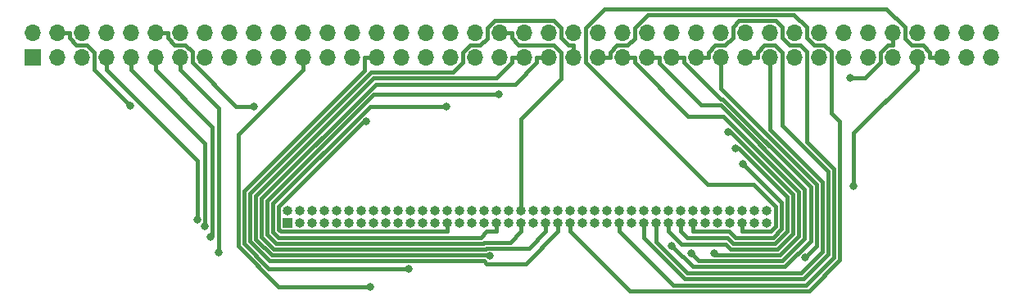
<source format=gbr>
%TF.GenerationSoftware,KiCad,Pcbnew,7.0.10*%
%TF.CreationDate,2024-01-11T10:13:55+00:00*%
%TF.ProjectId,1.27mm_To_2.54mm,312e3237-6d6d-45f5-946f-5f322e35346d,rev?*%
%TF.SameCoordinates,Original*%
%TF.FileFunction,Copper,L1,Top*%
%TF.FilePolarity,Positive*%
%FSLAX46Y46*%
G04 Gerber Fmt 4.6, Leading zero omitted, Abs format (unit mm)*
G04 Created by KiCad (PCBNEW 7.0.10) date 2024-01-11 10:13:55*
%MOMM*%
%LPD*%
G01*
G04 APERTURE LIST*
%TA.AperFunction,ComponentPad*%
%ADD10R,1.000000X1.000000*%
%TD*%
%TA.AperFunction,ComponentPad*%
%ADD11O,1.000000X1.000000*%
%TD*%
%TA.AperFunction,ComponentPad*%
%ADD12R,1.700000X1.700000*%
%TD*%
%TA.AperFunction,ComponentPad*%
%ADD13O,1.700000X1.700000*%
%TD*%
%TA.AperFunction,ViaPad*%
%ADD14C,0.800000*%
%TD*%
%TA.AperFunction,Conductor*%
%ADD15C,0.400000*%
%TD*%
G04 APERTURE END LIST*
D10*
%TO.P,J1,1,Pin_1*%
%TO.N,Net-(J1-Pin_1)*%
X120472200Y-96951800D03*
D11*
%TO.P,J1,2,Pin_2*%
%TO.N,Net-(J1-Pin_2)*%
X120472200Y-95681800D03*
%TO.P,J1,3,Pin_3*%
%TO.N,Net-(J1-Pin_3)*%
X121742200Y-96951800D03*
%TO.P,J1,4,Pin_4*%
%TO.N,Net-(J1-Pin_4)*%
X121742200Y-95681800D03*
%TO.P,J1,5,Pin_5*%
%TO.N,Net-(J1-Pin_5)*%
X123012200Y-96951800D03*
%TO.P,J1,6,Pin_6*%
%TO.N,Net-(J1-Pin_6)*%
X123012200Y-95681800D03*
%TO.P,J1,7,Pin_7*%
%TO.N,Net-(J1-Pin_7)*%
X124282200Y-96951800D03*
%TO.P,J1,8,Pin_8*%
%TO.N,Net-(J1-Pin_8)*%
X124282200Y-95681800D03*
%TO.P,J1,9,Pin_9*%
%TO.N,Net-(J1-Pin_9)*%
X125552200Y-96951800D03*
%TO.P,J1,10,Pin_10*%
%TO.N,Net-(J1-Pin_10)*%
X125552200Y-95681800D03*
%TO.P,J1,11,Pin_11*%
%TO.N,Net-(J1-Pin_11)*%
X126822200Y-96951800D03*
%TO.P,J1,12,Pin_12*%
%TO.N,Net-(J1-Pin_12)*%
X126822200Y-95681800D03*
%TO.P,J1,13,Pin_13*%
%TO.N,Net-(J1-Pin_13)*%
X128092200Y-96951800D03*
%TO.P,J1,14,Pin_14*%
%TO.N,Net-(J1-Pin_14)*%
X128092200Y-95681800D03*
%TO.P,J1,15,Pin_15*%
%TO.N,Net-(J1-Pin_15)*%
X129362200Y-96951800D03*
%TO.P,J1,16,Pin_16*%
%TO.N,Net-(J1-Pin_16)*%
X129362200Y-95681800D03*
%TO.P,J1,17,Pin_17*%
%TO.N,Net-(J1-Pin_17)*%
X130632200Y-96951800D03*
%TO.P,J1,18,Pin_18*%
%TO.N,Net-(J1-Pin_18)*%
X130632200Y-95681800D03*
%TO.P,J1,19,Pin_19*%
%TO.N,Net-(J1-Pin_19)*%
X131902200Y-96951800D03*
%TO.P,J1,20,Pin_20*%
%TO.N,Net-(J1-Pin_20)*%
X131902200Y-95681800D03*
%TO.P,J1,21,Pin_21*%
%TO.N,Net-(J1-Pin_21)*%
X133172200Y-96951800D03*
%TO.P,J1,22,Pin_22*%
%TO.N,Net-(J1-Pin_22)*%
X133172200Y-95681800D03*
%TO.P,J1,23,Pin_23*%
%TO.N,Net-(J1-Pin_23)*%
X134442200Y-96951800D03*
%TO.P,J1,24,Pin_24*%
%TO.N,Net-(J1-Pin_24)*%
X134442200Y-95681800D03*
%TO.P,J1,25,Pin_25*%
%TO.N,Net-(J1-Pin_25)*%
X135712200Y-96951800D03*
%TO.P,J1,26,Pin_26*%
%TO.N,Net-(J1-Pin_26)*%
X135712200Y-95681800D03*
%TO.P,J1,27,Pin_27*%
%TO.N,Net-(J1-Pin_27)*%
X136982200Y-96951800D03*
%TO.P,J1,28,Pin_28*%
%TO.N,Net-(J1-Pin_28)*%
X136982200Y-95681800D03*
%TO.P,J1,29,Pin_29*%
%TO.N,Net-(J1-Pin_29)*%
X138252200Y-96951800D03*
%TO.P,J1,30,Pin_30*%
%TO.N,Net-(J1-Pin_30)*%
X138252200Y-95681800D03*
%TO.P,J1,31,Pin_31*%
%TO.N,Net-(J1-Pin_31)*%
X139522200Y-96951800D03*
%TO.P,J1,32,Pin_32*%
%TO.N,Net-(J1-Pin_32)*%
X139522200Y-95681800D03*
%TO.P,J1,33,Pin_33*%
%TO.N,Net-(J1-Pin_33)*%
X140792200Y-96951800D03*
%TO.P,J1,34,Pin_34*%
%TO.N,Net-(J1-Pin_34)*%
X140792200Y-95681800D03*
%TO.P,J1,35,Pin_35*%
%TO.N,Net-(J1-Pin_35)*%
X142062200Y-96951800D03*
%TO.P,J1,36,Pin_36*%
%TO.N,Net-(J1-Pin_36)*%
X142062200Y-95681800D03*
%TO.P,J1,37,Pin_37*%
%TO.N,Net-(J1-Pin_37)*%
X143332200Y-96951800D03*
%TO.P,J1,38,Pin_38*%
%TO.N,Net-(J1-Pin_38)*%
X143332200Y-95681800D03*
%TO.P,J1,39,Pin_39*%
%TO.N,Net-(J1-Pin_39)*%
X144602200Y-96951800D03*
%TO.P,J1,40,Pin_40*%
%TO.N,Net-(J1-Pin_40)*%
X144602200Y-95681800D03*
%TO.P,J1,41,Pin_41*%
%TO.N,Net-(J1-Pin_41)*%
X145872200Y-96951800D03*
%TO.P,J1,42,Pin_42*%
%TO.N,Net-(J1-Pin_42)*%
X145872200Y-95681800D03*
%TO.P,J1,43,Pin_43*%
%TO.N,Net-(J1-Pin_43)*%
X147142200Y-96951800D03*
%TO.P,J1,44,Pin_44*%
%TO.N,Net-(J1-Pin_44)*%
X147142200Y-95681800D03*
%TO.P,J1,45,Pin_45*%
%TO.N,Net-(J1-Pin_45)*%
X148412200Y-96951800D03*
%TO.P,J1,46,Pin_46*%
%TO.N,Net-(J1-Pin_46)*%
X148412200Y-95681800D03*
%TO.P,J1,47,Pin_47*%
%TO.N,Net-(J1-Pin_47)*%
X149682200Y-96951800D03*
%TO.P,J1,48,Pin_48*%
%TO.N,Net-(J1-Pin_48)*%
X149682200Y-95681800D03*
%TO.P,J1,49,Pin_49*%
%TO.N,Net-(J1-Pin_49)*%
X150952200Y-96951800D03*
%TO.P,J1,50,Pin_50*%
%TO.N,Net-(J1-Pin_50)*%
X150952200Y-95681800D03*
%TO.P,J1,51,Pin_51*%
%TO.N,Net-(J1-Pin_51)*%
X152222200Y-96951800D03*
%TO.P,J1,52,Pin_52*%
%TO.N,Net-(J1-Pin_52)*%
X152222200Y-95681800D03*
%TO.P,J1,53,Pin_53*%
%TO.N,Net-(J1-Pin_53)*%
X153492200Y-96951800D03*
%TO.P,J1,54,Pin_54*%
%TO.N,Net-(J1-Pin_54)*%
X153492200Y-95681800D03*
%TO.P,J1,55,Pin_55*%
%TO.N,Net-(J1-Pin_55)*%
X154762200Y-96951800D03*
%TO.P,J1,56,Pin_56*%
%TO.N,Net-(J1-Pin_56)*%
X154762200Y-95681800D03*
%TO.P,J1,57,Pin_57*%
%TO.N,Net-(J1-Pin_57)*%
X156032200Y-96951800D03*
%TO.P,J1,58,Pin_58*%
%TO.N,Net-(J1-Pin_58)*%
X156032200Y-95681800D03*
%TO.P,J1,59,Pin_59*%
%TO.N,Net-(J1-Pin_59)*%
X157302200Y-96951800D03*
%TO.P,J1,60,Pin_60*%
%TO.N,Net-(J1-Pin_60)*%
X157302200Y-95681800D03*
%TO.P,J1,61,Pin_61*%
%TO.N,Net-(J1-Pin_61)*%
X158572200Y-96951800D03*
%TO.P,J1,62,Pin_62*%
%TO.N,Net-(J1-Pin_62)*%
X158572200Y-95681800D03*
%TO.P,J1,63,Pin_63*%
%TO.N,Net-(J1-Pin_63)*%
X159842200Y-96951800D03*
%TO.P,J1,64,Pin_64*%
%TO.N,Net-(J1-Pin_64)*%
X159842200Y-95681800D03*
%TO.P,J1,65,Pin_65*%
%TO.N,Net-(J1-Pin_65)*%
X161112200Y-96951800D03*
%TO.P,J1,66,Pin_66*%
%TO.N,Net-(J1-Pin_66)*%
X161112200Y-95681800D03*
%TO.P,J1,67,Pin_67*%
%TO.N,Net-(J1-Pin_67)*%
X162382200Y-96951800D03*
%TO.P,J1,68,Pin_68*%
%TO.N,Net-(J1-Pin_68)*%
X162382200Y-95681800D03*
%TO.P,J1,69,Pin_69*%
%TO.N,Net-(J1-Pin_69)*%
X163652200Y-96951800D03*
%TO.P,J1,70,Pin_70*%
%TO.N,Net-(J1-Pin_70)*%
X163652200Y-95681800D03*
%TO.P,J1,71,Pin_71*%
%TO.N,Net-(J1-Pin_71)*%
X164922200Y-96951800D03*
%TO.P,J1,72,Pin_72*%
%TO.N,Net-(J1-Pin_72)*%
X164922200Y-95681800D03*
%TO.P,J1,73,Pin_73*%
%TO.N,Net-(J1-Pin_73)*%
X166192200Y-96951800D03*
%TO.P,J1,74,Pin_74*%
%TO.N,Net-(J1-Pin_74)*%
X166192200Y-95681800D03*
%TO.P,J1,75,Pin_75*%
%TO.N,Net-(J1-Pin_75)*%
X167462200Y-96951800D03*
%TO.P,J1,76,Pin_76*%
%TO.N,Net-(J1-Pin_76)*%
X167462200Y-95681800D03*
%TO.P,J1,77,Pin_77*%
%TO.N,Net-(J1-Pin_77)*%
X168732200Y-96951800D03*
%TO.P,J1,78,Pin_78*%
%TO.N,Net-(J1-Pin_78)*%
X168732200Y-95681800D03*
%TO.P,J1,79,Pin_79*%
%TO.N,Net-(J1-Pin_79)*%
X170002200Y-96951800D03*
%TO.P,J1,80,Pin_80*%
%TO.N,Net-(J1-Pin_80)*%
X170002200Y-95681800D03*
%TD*%
D12*
%TO.P,J2,1,Pin_1*%
%TO.N,Net-(J1-Pin_1)*%
X94107000Y-79883000D03*
D13*
%TO.P,J2,2,Pin_2*%
%TO.N,Net-(J1-Pin_2)*%
X94107000Y-77343000D03*
%TO.P,J2,3,Pin_3*%
%TO.N,Net-(J1-Pin_3)*%
X96647000Y-79883000D03*
%TO.P,J2,4,Pin_4*%
%TO.N,Net-(J1-Pin_4)*%
X96647000Y-77343000D03*
%TO.P,J2,5,Pin_5*%
%TO.N,Net-(J1-Pin_5)*%
X99187000Y-79883000D03*
%TO.P,J2,6,Pin_6*%
%TO.N,Net-(J1-Pin_6)*%
X99187000Y-77343000D03*
%TO.P,J2,7,Pin_7*%
%TO.N,Net-(J1-Pin_7)*%
X101727000Y-79883000D03*
%TO.P,J2,8,Pin_8*%
%TO.N,Net-(J1-Pin_8)*%
X101727000Y-77343000D03*
%TO.P,J2,9,Pin_9*%
%TO.N,Net-(J1-Pin_9)*%
X104267000Y-79883000D03*
%TO.P,J2,10,Pin_10*%
%TO.N,Net-(J1-Pin_10)*%
X104267000Y-77343000D03*
%TO.P,J2,11,Pin_11*%
%TO.N,Net-(J1-Pin_11)*%
X106807000Y-79883000D03*
%TO.P,J2,12,Pin_12*%
%TO.N,Net-(J1-Pin_12)*%
X106807000Y-77343000D03*
%TO.P,J2,13,Pin_13*%
%TO.N,Net-(J1-Pin_13)*%
X109347000Y-79883000D03*
%TO.P,J2,14,Pin_14*%
%TO.N,Net-(J1-Pin_14)*%
X109347000Y-77343000D03*
%TO.P,J2,15,Pin_15*%
%TO.N,Net-(J1-Pin_15)*%
X111887000Y-79883000D03*
%TO.P,J2,16,Pin_16*%
%TO.N,Net-(J1-Pin_16)*%
X111887000Y-77343000D03*
%TO.P,J2,17,Pin_17*%
%TO.N,Net-(J1-Pin_17)*%
X114427000Y-79883000D03*
%TO.P,J2,18,Pin_18*%
%TO.N,Net-(J1-Pin_18)*%
X114427000Y-77343000D03*
%TO.P,J2,19,Pin_19*%
%TO.N,Net-(J1-Pin_19)*%
X116967000Y-79883000D03*
%TO.P,J2,20,Pin_20*%
%TO.N,Net-(J1-Pin_20)*%
X116967000Y-77343000D03*
%TO.P,J2,21,Pin_21*%
%TO.N,Net-(J1-Pin_21)*%
X119507000Y-79883000D03*
%TO.P,J2,22,Pin_22*%
%TO.N,Net-(J1-Pin_22)*%
X119507000Y-77343000D03*
%TO.P,J2,23,Pin_23*%
%TO.N,Net-(J1-Pin_23)*%
X122047000Y-79883000D03*
%TO.P,J2,24,Pin_24*%
%TO.N,Net-(J1-Pin_24)*%
X122047000Y-77343000D03*
%TO.P,J2,25,Pin_25*%
%TO.N,Net-(J1-Pin_25)*%
X124587000Y-79883000D03*
%TO.P,J2,26,Pin_26*%
%TO.N,Net-(J1-Pin_26)*%
X124587000Y-77343000D03*
%TO.P,J2,27,Pin_27*%
%TO.N,Net-(J1-Pin_27)*%
X127127000Y-79883000D03*
%TO.P,J2,28,Pin_28*%
%TO.N,Net-(J1-Pin_28)*%
X127127000Y-77343000D03*
%TO.P,J2,29,Pin_29*%
%TO.N,Net-(J1-Pin_29)*%
X129667000Y-79883000D03*
%TO.P,J2,30,Pin_30*%
%TO.N,Net-(J1-Pin_30)*%
X129667000Y-77343000D03*
%TO.P,J2,31,Pin_31*%
%TO.N,Net-(J1-Pin_31)*%
X132207000Y-79883000D03*
%TO.P,J2,32,Pin_32*%
%TO.N,Net-(J1-Pin_32)*%
X132207000Y-77343000D03*
%TO.P,J2,33,Pin_33*%
%TO.N,Net-(J1-Pin_33)*%
X134747000Y-79883000D03*
%TO.P,J2,34,Pin_34*%
%TO.N,Net-(J1-Pin_34)*%
X134747000Y-77343000D03*
%TO.P,J2,35,Pin_35*%
%TO.N,Net-(J1-Pin_35)*%
X137287000Y-79883000D03*
%TO.P,J2,36,Pin_36*%
%TO.N,Net-(J1-Pin_36)*%
X137287000Y-77343000D03*
%TO.P,J2,37,Pin_37*%
%TO.N,Net-(J1-Pin_37)*%
X139827000Y-79883000D03*
%TO.P,J2,38,Pin_38*%
%TO.N,Net-(J1-Pin_38)*%
X139827000Y-77343000D03*
%TO.P,J2,39,Pin_39*%
%TO.N,Net-(J1-Pin_39)*%
X142367000Y-79883000D03*
%TO.P,J2,40,Pin_40*%
%TO.N,Net-(J1-Pin_40)*%
X142367000Y-77343000D03*
%TO.P,J2,41,Pin_41*%
%TO.N,Net-(J1-Pin_41)*%
X144907000Y-79883000D03*
%TO.P,J2,42,Pin_42*%
%TO.N,Net-(J1-Pin_42)*%
X144907000Y-77343000D03*
%TO.P,J2,43,Pin_43*%
%TO.N,Net-(J1-Pin_43)*%
X147447000Y-79883000D03*
%TO.P,J2,44,Pin_44*%
%TO.N,Net-(J1-Pin_44)*%
X147447000Y-77343000D03*
%TO.P,J2,45,Pin_45*%
%TO.N,Net-(J1-Pin_45)*%
X149987000Y-79883000D03*
%TO.P,J2,46,Pin_46*%
%TO.N,Net-(J1-Pin_46)*%
X149987000Y-77343000D03*
%TO.P,J2,47,Pin_47*%
%TO.N,Net-(J1-Pin_47)*%
X152527000Y-79883000D03*
%TO.P,J2,48,Pin_48*%
%TO.N,Net-(J1-Pin_48)*%
X152527000Y-77343000D03*
%TO.P,J2,49,Pin_49*%
%TO.N,Net-(J1-Pin_49)*%
X155067000Y-79883000D03*
%TO.P,J2,50,Pin_50*%
%TO.N,Net-(J1-Pin_50)*%
X155067000Y-77343000D03*
%TO.P,J2,51,Pin_51*%
%TO.N,Net-(J1-Pin_51)*%
X157607000Y-79883000D03*
%TO.P,J2,52,Pin_52*%
%TO.N,Net-(J1-Pin_52)*%
X157607000Y-77343000D03*
%TO.P,J2,53,Pin_53*%
%TO.N,Net-(J1-Pin_53)*%
X160147000Y-79883000D03*
%TO.P,J2,54,Pin_54*%
%TO.N,Net-(J1-Pin_54)*%
X160147000Y-77343000D03*
%TO.P,J2,55,Pin_55*%
%TO.N,Net-(J1-Pin_55)*%
X162687000Y-79883000D03*
%TO.P,J2,56,Pin_56*%
%TO.N,Net-(J1-Pin_56)*%
X162687000Y-77343000D03*
%TO.P,J2,57,Pin_57*%
%TO.N,Net-(J1-Pin_57)*%
X165227000Y-79883000D03*
%TO.P,J2,58,Pin_58*%
%TO.N,Net-(J1-Pin_58)*%
X165227000Y-77343000D03*
%TO.P,J2,59,Pin_59*%
%TO.N,Net-(J1-Pin_59)*%
X167767000Y-79883000D03*
%TO.P,J2,60,Pin_60*%
%TO.N,Net-(J1-Pin_60)*%
X167767000Y-77343000D03*
%TO.P,J2,61,Pin_61*%
%TO.N,Net-(J1-Pin_61)*%
X170307000Y-79883000D03*
%TO.P,J2,62,Pin_62*%
%TO.N,Net-(J1-Pin_62)*%
X170307000Y-77343000D03*
%TO.P,J2,63,Pin_63*%
%TO.N,Net-(J1-Pin_63)*%
X172847000Y-79883000D03*
%TO.P,J2,64,Pin_64*%
%TO.N,Net-(J1-Pin_64)*%
X172847000Y-77343000D03*
%TO.P,J2,65,Pin_65*%
%TO.N,Net-(J1-Pin_65)*%
X175387000Y-79883000D03*
%TO.P,J2,66,Pin_66*%
%TO.N,Net-(J1-Pin_66)*%
X175387000Y-77343000D03*
%TO.P,J2,67,Pin_67*%
%TO.N,Net-(J1-Pin_67)*%
X177927000Y-79883000D03*
%TO.P,J2,68,Pin_68*%
%TO.N,Net-(J1-Pin_68)*%
X177927000Y-77343000D03*
%TO.P,J2,69,Pin_69*%
%TO.N,Net-(J1-Pin_69)*%
X180467000Y-79883000D03*
%TO.P,J2,70,Pin_70*%
%TO.N,Net-(J1-Pin_70)*%
X180467000Y-77343000D03*
%TO.P,J2,71,Pin_71*%
%TO.N,Net-(J1-Pin_71)*%
X183007000Y-79883000D03*
%TO.P,J2,72,Pin_72*%
%TO.N,Net-(J1-Pin_72)*%
X183007000Y-77343000D03*
%TO.P,J2,73,Pin_73*%
%TO.N,Net-(J1-Pin_73)*%
X185547000Y-79883000D03*
%TO.P,J2,74,Pin_74*%
%TO.N,Net-(J1-Pin_74)*%
X185547000Y-77343000D03*
%TO.P,J2,75,Pin_75*%
%TO.N,Net-(J1-Pin_75)*%
X188087000Y-79883000D03*
%TO.P,J2,76,Pin_76*%
%TO.N,Net-(J1-Pin_76)*%
X188087000Y-77343000D03*
%TO.P,J2,77,Pin_77*%
%TO.N,Net-(J1-Pin_77)*%
X190627000Y-79883000D03*
%TO.P,J2,78,Pin_78*%
%TO.N,Net-(J1-Pin_78)*%
X190627000Y-77343000D03*
%TO.P,J2,79,Pin_79*%
%TO.N,Net-(J1-Pin_79)*%
X193167000Y-79883000D03*
%TO.P,J2,80,Pin_80*%
%TO.N,Net-(J1-Pin_80)*%
X193167000Y-77343000D03*
%TD*%
D14*
%TO.N,Net-(J1-Pin_4)*%
X104164700Y-84888300D03*
%TO.N,Net-(J1-Pin_7)*%
X111120100Y-96599100D03*
%TO.N,Net-(J1-Pin_9)*%
X111883000Y-97351300D03*
%TO.N,Net-(J1-Pin_11)*%
X112526700Y-98418400D03*
%TO.N,Net-(J1-Pin_12)*%
X116956300Y-84914000D03*
%TO.N,Net-(J1-Pin_13)*%
X113314700Y-100062700D03*
%TO.N,Net-(J1-Pin_23)*%
X129029300Y-103548300D03*
%TO.N,Net-(J1-Pin_27)*%
X128567800Y-86474000D03*
%TO.N,Net-(J1-Pin_29)*%
X132988300Y-101719500D03*
%TO.N,Net-(J1-Pin_35)*%
X136848600Y-84940900D03*
%TO.N,Net-(J1-Pin_39)*%
X142301400Y-83684000D03*
%TO.N,Net-(J1-Pin_41)*%
X141369100Y-100383700D03*
%TO.N,Net-(J1-Pin_49)*%
X164537100Y-100071100D03*
%TO.N,Net-(J1-Pin_51)*%
X162208700Y-100146800D03*
%TO.N,Net-(J1-Pin_53)*%
X160189900Y-99324800D03*
%TO.N,Net-(J1-Pin_57)*%
X173969800Y-100531400D03*
%TO.N,Net-(J1-Pin_63)*%
X165991300Y-87595200D03*
%TO.N,Net-(J1-Pin_65)*%
X166786400Y-89241300D03*
%TO.N,Net-(J1-Pin_67)*%
X167500800Y-90841300D03*
%TO.N,Net-(J1-Pin_72)*%
X178660900Y-81955100D03*
%TO.N,Net-(J1-Pin_73)*%
X178993000Y-93148500D03*
%TD*%
D15*
%TO.N,Net-(J1-Pin_4)*%
X104164700Y-84888300D02*
X100457000Y-81180600D01*
X98650100Y-78613000D02*
X97898900Y-77861800D01*
X100457000Y-79377400D02*
X99692600Y-78613000D01*
X96647000Y-77343000D02*
X97898900Y-77343000D01*
X100457000Y-81180600D02*
X100457000Y-79377400D01*
X97898900Y-77861800D02*
X97898900Y-77343000D01*
X99692600Y-78613000D02*
X98650100Y-78613000D01*
%TO.N,Net-(J1-Pin_7)*%
X111120100Y-90528000D02*
X101727000Y-81134900D01*
X101727000Y-79883000D02*
X101727000Y-81134900D01*
X111120100Y-96599100D02*
X111120100Y-90528000D01*
%TO.N,Net-(J1-Pin_9)*%
X111883000Y-97351300D02*
X111922000Y-97312300D01*
X104267000Y-79883000D02*
X104267000Y-81134900D01*
X111922000Y-88789900D02*
X104267000Y-81134900D01*
X111922000Y-97312300D02*
X111922000Y-88789900D01*
%TO.N,Net-(J1-Pin_11)*%
X106807000Y-79883000D02*
X106807000Y-81134900D01*
X112706700Y-98238400D02*
X112526700Y-98418400D01*
X106807000Y-81134900D02*
X112706700Y-87034600D01*
X112706700Y-87034600D02*
X112706700Y-98238400D01*
%TO.N,Net-(J1-Pin_12)*%
X115111800Y-84914000D02*
X116956300Y-84914000D01*
X109913100Y-78613000D02*
X110617000Y-79316900D01*
X108058900Y-77343000D02*
X108058900Y-77861800D01*
X108058900Y-77861800D02*
X108810100Y-78613000D01*
X110617000Y-80419200D02*
X115111800Y-84914000D01*
X110617000Y-79316900D02*
X110617000Y-80419200D01*
X106807000Y-77343000D02*
X108058900Y-77343000D01*
X108810100Y-78613000D02*
X109913100Y-78613000D01*
%TO.N,Net-(J1-Pin_13)*%
X109347000Y-81134900D02*
X113368600Y-85156500D01*
X113368600Y-85156500D02*
X113368600Y-100008800D01*
X113368600Y-100008800D02*
X113314700Y-100062700D01*
X109347000Y-79883000D02*
X109347000Y-81134900D01*
%TO.N,Net-(J1-Pin_23)*%
X115341500Y-99372200D02*
X119517600Y-103548300D01*
X115341500Y-87840400D02*
X115341500Y-99372200D01*
X119517600Y-103548300D02*
X129029300Y-103548300D01*
X122047000Y-81134900D02*
X115341500Y-87840400D01*
X122047000Y-79883000D02*
X122047000Y-81134900D01*
%TO.N,Net-(J1-Pin_27)*%
X136982200Y-97853700D02*
X119805700Y-97853700D01*
X119805700Y-97853700D02*
X119562700Y-97610700D01*
X119562700Y-97610700D02*
X119562700Y-95257500D01*
X119562700Y-95257500D02*
X128346200Y-86474000D01*
X128346200Y-86474000D02*
X128567800Y-86474000D01*
X136982200Y-96951800D02*
X136982200Y-97853700D01*
%TO.N,Net-(J1-Pin_29)*%
X129667000Y-79883000D02*
X128415100Y-79883000D01*
X128415100Y-79883000D02*
X128415100Y-81235000D01*
X128415100Y-81235000D02*
X115944900Y-93705200D01*
X115944900Y-99124500D02*
X118539900Y-101719500D01*
X115944900Y-93705200D02*
X115944900Y-99124500D01*
X118539900Y-101719500D02*
X132988300Y-101719500D01*
%TO.N,Net-(J1-Pin_35)*%
X118957700Y-97875300D02*
X118957700Y-94949900D01*
X142062200Y-97853700D02*
X141063000Y-97853700D01*
X140447100Y-98469600D02*
X119552000Y-98469600D01*
X119552000Y-98469600D02*
X118957700Y-97875300D01*
X128966700Y-84940900D02*
X136848600Y-84940900D01*
X142062200Y-96951800D02*
X142062200Y-97853700D01*
X118957700Y-94949900D02*
X128966700Y-84940900D01*
X141063000Y-97853700D02*
X140447100Y-98469600D01*
%TO.N,Net-(J1-Pin_39)*%
X129372500Y-83684000D02*
X142301400Y-83684000D01*
X140787900Y-98979900D02*
X140692600Y-99075200D01*
X140692600Y-99075200D02*
X119304000Y-99075200D01*
X143476000Y-98979900D02*
X140787900Y-98979900D01*
X118354000Y-94702500D02*
X129372500Y-83684000D01*
X119304000Y-99075200D02*
X118354000Y-98125200D01*
X118354000Y-98125200D02*
X118354000Y-94702500D01*
X144602200Y-97853700D02*
X143476000Y-98979900D01*
X144602200Y-96951800D02*
X144602200Y-97853700D01*
%TO.N,Net-(J1-Pin_40)*%
X147965200Y-78613000D02*
X144370100Y-78613000D01*
X143618900Y-77861800D02*
X143618900Y-77343000D01*
X148717000Y-82072000D02*
X148717000Y-79364800D01*
X144370100Y-78613000D02*
X143618900Y-77861800D01*
X144602200Y-86186800D02*
X148717000Y-82072000D01*
X144602200Y-95681800D02*
X144602200Y-86186800D01*
X148717000Y-79364800D02*
X147965200Y-78613000D01*
X142367000Y-77343000D02*
X143618900Y-77343000D01*
%TO.N,Net-(J1-Pin_41)*%
X141267800Y-100282400D02*
X118807000Y-100282400D01*
X117148700Y-98624100D02*
X117148700Y-94203600D01*
X142030200Y-82026700D02*
X143655100Y-80401800D01*
X144907000Y-79883000D02*
X143655100Y-79883000D01*
X141369100Y-100383700D02*
X141267800Y-100282400D01*
X117148700Y-94203600D02*
X129325600Y-82026700D01*
X143655100Y-80401800D02*
X143655100Y-79883000D01*
X129325600Y-82026700D02*
X142030200Y-82026700D01*
X118807000Y-100282400D02*
X117148700Y-98624100D01*
%TO.N,Net-(J1-Pin_43)*%
X143968300Y-82628600D02*
X146195100Y-80401800D01*
X129576800Y-82628600D02*
X143968300Y-82628600D01*
X146195100Y-80401800D02*
X146195100Y-79883000D01*
X119054800Y-99677100D02*
X117752100Y-98374400D01*
X117752100Y-98374400D02*
X117752100Y-94453300D01*
X147142200Y-96951800D02*
X147142200Y-97853700D01*
X117752100Y-94453300D02*
X129576800Y-82628600D01*
X145414100Y-99581800D02*
X141037100Y-99581800D01*
X140941800Y-99677100D02*
X119054800Y-99677100D01*
X141037100Y-99581800D02*
X140941800Y-99677100D01*
X147447000Y-79883000D02*
X146195100Y-79883000D01*
X147142200Y-97853700D02*
X145414100Y-99581800D01*
%TO.N,Net-(J1-Pin_45)*%
X129076400Y-81424800D02*
X116546800Y-93954400D01*
X149468200Y-78631100D02*
X148717000Y-77879900D01*
X141869600Y-76069600D02*
X141084600Y-76854600D01*
X149987000Y-78631100D02*
X149468200Y-78631100D01*
X148412200Y-96951800D02*
X148412200Y-97853700D01*
X148717000Y-76809500D02*
X147977100Y-76069600D01*
X116546800Y-93954400D02*
X116546800Y-98873400D01*
X145080300Y-101185600D02*
X148412200Y-97853700D01*
X141084600Y-76854600D02*
X141084600Y-77892300D01*
X138575100Y-80401900D02*
X137552200Y-81424800D01*
X149987000Y-79883000D02*
X149987000Y-78631100D01*
X138575100Y-79364400D02*
X138575100Y-80401900D01*
X147977100Y-76069600D02*
X141869600Y-76069600D01*
X116546800Y-98873400D02*
X118562500Y-100889100D01*
X139308400Y-78631100D02*
X138575100Y-79364400D01*
X140740600Y-100889100D02*
X141037100Y-101185600D01*
X118562500Y-100889100D02*
X140740600Y-100889100D01*
X141084600Y-77892300D02*
X140345800Y-78631100D01*
X137552200Y-81424800D02*
X129076400Y-81424800D01*
X140345800Y-78631100D02*
X139308400Y-78631100D01*
X148717000Y-77879900D02*
X148717000Y-76809500D01*
X141037100Y-101185600D02*
X145080300Y-101185600D01*
%TO.N,Net-(J1-Pin_47)*%
X153778900Y-79364200D02*
X153778900Y-79883000D01*
X177529100Y-86504700D02*
X176657000Y-85632600D01*
X156337000Y-77909100D02*
X155633100Y-78613000D01*
X174117000Y-77846900D02*
X174117000Y-76762900D01*
X176657000Y-85632600D02*
X176657000Y-79316900D01*
X172815200Y-75461100D02*
X157697400Y-75461100D01*
X156337000Y-76821500D02*
X156337000Y-77909100D01*
X174865000Y-78594900D02*
X174117000Y-77846900D01*
X175935000Y-78594900D02*
X174865000Y-78594900D01*
X174117000Y-76762900D02*
X172815200Y-75461100D01*
X155821100Y-103992600D02*
X174348500Y-103992600D01*
X176657000Y-79316900D02*
X175935000Y-78594900D01*
X149682200Y-96951800D02*
X149682200Y-97853700D01*
X149682200Y-97853700D02*
X155821100Y-103992600D01*
X174348500Y-103992600D02*
X177529100Y-100812000D01*
X157697400Y-75461100D02*
X156337000Y-76821500D01*
X155633100Y-78613000D02*
X154530100Y-78613000D01*
X177529100Y-100812000D02*
X177529100Y-86504700D01*
X154530100Y-78613000D02*
X153778900Y-79364200D01*
X152527000Y-79883000D02*
X153778900Y-79883000D01*
%TO.N,Net-(J1-Pin_49)*%
X156318900Y-79883000D02*
X156318900Y-80401800D01*
X156318900Y-80401800D02*
X161859600Y-85942500D01*
X171338400Y-100296700D02*
X164762700Y-100296700D01*
X155067000Y-79883000D02*
X156318900Y-79883000D01*
X173314300Y-93749300D02*
X173314300Y-98320800D01*
X161859600Y-85942500D02*
X165507500Y-85942500D01*
X164762700Y-100296700D02*
X164537100Y-100071100D01*
X173314300Y-98320800D02*
X171338400Y-100296700D01*
X165507500Y-85942500D02*
X173314300Y-93749300D01*
%TO.N,Net-(J1-Pin_51)*%
X171587600Y-100898600D02*
X162960500Y-100898600D01*
X165202300Y-84786200D02*
X173916200Y-93500100D01*
X163214300Y-84786200D02*
X165202300Y-84786200D01*
X162960500Y-100898600D02*
X162208700Y-100146800D01*
X157607000Y-79883000D02*
X158858900Y-79883000D01*
X158858900Y-80430800D02*
X163214300Y-84786200D01*
X173916200Y-98570000D02*
X171587600Y-100898600D01*
X173916200Y-93500100D02*
X173916200Y-98570000D01*
X158858900Y-79883000D02*
X158858900Y-80430800D01*
%TO.N,Net-(J1-Pin_53)*%
X161398900Y-80380200D02*
X165203000Y-84184300D01*
X171836800Y-101500500D02*
X162365600Y-101500500D01*
X162365600Y-101500500D02*
X160189900Y-99324800D01*
X165451500Y-84184300D02*
X174518100Y-93250900D01*
X161398900Y-79883000D02*
X161398900Y-80380200D01*
X174518100Y-98819200D02*
X171836800Y-101500500D01*
X174518100Y-93250900D02*
X174518100Y-98819200D01*
X160147000Y-79883000D02*
X161398900Y-79883000D01*
X165203000Y-84184300D02*
X165451500Y-84184300D01*
%TO.N,Net-(J1-Pin_55)*%
X171577000Y-77855200D02*
X172352900Y-78631100D01*
X164643000Y-78631100D02*
X165709400Y-78631100D01*
X167144700Y-76091100D02*
X170914500Y-76091100D01*
X174116900Y-88592200D02*
X176925700Y-91401000D01*
X166478900Y-76756900D02*
X167144700Y-76091100D01*
X170914500Y-76091100D02*
X171577000Y-76753600D01*
X162687000Y-79883000D02*
X163938900Y-79883000D01*
X174116900Y-79309900D02*
X174116900Y-88592200D01*
X174039500Y-103382900D02*
X160291400Y-103382900D01*
X163938900Y-79883000D02*
X163938900Y-79335200D01*
X173438100Y-78631100D02*
X174116900Y-79309900D01*
X176925700Y-91401000D02*
X176925700Y-100496700D01*
X171577000Y-76753600D02*
X171577000Y-77855200D01*
X163938900Y-79335200D02*
X164643000Y-78631100D01*
X166478900Y-77861600D02*
X166478900Y-76756900D01*
X165709400Y-78631100D02*
X166478900Y-77861600D01*
X172352900Y-78631100D02*
X173438100Y-78631100D01*
X160291400Y-103382900D02*
X154762200Y-97853700D01*
X154762200Y-96951800D02*
X154762200Y-97853700D01*
X176925700Y-100496700D02*
X174039500Y-103382900D01*
%TO.N,Net-(J1-Pin_57)*%
X165227000Y-79883000D02*
X165227000Y-81134900D01*
X175120000Y-99381200D02*
X173969800Y-100531400D01*
X165227000Y-83108700D02*
X175120000Y-93001700D01*
X175120000Y-93001700D02*
X175120000Y-99381200D01*
X165227000Y-81134900D02*
X165227000Y-83108700D01*
%TO.N,Net-(J1-Pin_59)*%
X170837300Y-78631100D02*
X171577000Y-79370800D01*
X176323800Y-100203600D02*
X173821600Y-102705800D01*
X167767000Y-79883000D02*
X169018900Y-79883000D01*
X171577000Y-86903400D02*
X176323800Y-91650200D01*
X169723000Y-78631100D02*
X170837300Y-78631100D01*
X169018900Y-79335200D02*
X169723000Y-78631100D01*
X171577000Y-79370800D02*
X171577000Y-86903400D01*
X176323800Y-91650200D02*
X176323800Y-100203600D01*
X157302200Y-98476800D02*
X157302200Y-96951800D01*
X169018900Y-79883000D02*
X169018900Y-79335200D01*
X161531200Y-102705800D02*
X157302200Y-98476800D01*
X173821600Y-102705800D02*
X161531200Y-102705800D01*
%TO.N,Net-(J1-Pin_61)*%
X158572200Y-98895600D02*
X158572200Y-96951800D01*
X170307000Y-79883000D02*
X170307000Y-87337600D01*
X161779000Y-102102400D02*
X158572200Y-98895600D01*
X170307000Y-87337600D02*
X175721900Y-92752500D01*
X173546000Y-102102400D02*
X161779000Y-102102400D01*
X175721900Y-99926500D02*
X173546000Y-102102400D01*
X175721900Y-92752500D02*
X175721900Y-99926500D01*
%TO.N,Net-(J1-Pin_63)*%
X161194700Y-99194000D02*
X159854400Y-97853700D01*
X172712400Y-94033100D02*
X172712400Y-98071600D01*
X165991300Y-87595200D02*
X166274500Y-87595200D01*
X165763300Y-99194000D02*
X161194700Y-99194000D01*
X166274500Y-87595200D02*
X172712400Y-94033100D01*
X172712400Y-98071600D02*
X171090400Y-99693600D01*
X159854400Y-97853700D02*
X159842200Y-97853700D01*
X171090400Y-99693600D02*
X166262900Y-99693600D01*
X159842200Y-96951800D02*
X159842200Y-97853700D01*
X166262900Y-99693600D02*
X165763300Y-99194000D01*
%TO.N,Net-(J1-Pin_65)*%
X172109300Y-97823600D02*
X172109300Y-94283900D01*
X166504700Y-99084300D02*
X170848600Y-99084300D01*
X161112200Y-96951800D02*
X161112200Y-97853700D01*
X172109300Y-94283900D02*
X167066700Y-89241300D01*
X161766500Y-98508000D02*
X165928400Y-98508000D01*
X167066700Y-89241300D02*
X166786400Y-89241300D01*
X170848600Y-99084300D02*
X172109300Y-97823600D01*
X165928400Y-98508000D02*
X166504700Y-99084300D01*
X161112200Y-97853700D02*
X161766500Y-98508000D01*
%TO.N,Net-(J1-Pin_67)*%
X170626200Y-98455600D02*
X166727100Y-98455600D01*
X162382200Y-96951800D02*
X162382200Y-97853700D01*
X166125200Y-97853700D02*
X162382200Y-97853700D01*
X171506900Y-94847400D02*
X171506900Y-97574900D01*
X166727100Y-98455600D02*
X166125200Y-97853700D01*
X167500800Y-90841300D02*
X171506900Y-94847400D01*
X171506900Y-97574900D02*
X170626200Y-98455600D01*
%TO.N,Net-(J1-Pin_72)*%
X183007000Y-78594900D02*
X182488200Y-78594900D01*
X183007000Y-77343000D02*
X183007000Y-78594900D01*
X182488200Y-78594900D02*
X181737000Y-79346100D01*
X180173100Y-81955100D02*
X178660900Y-81955100D01*
X181737000Y-80391200D02*
X180173100Y-81955100D01*
X181737000Y-79346100D02*
X181737000Y-80391200D01*
%TO.N,Net-(J1-Pin_73)*%
X185547000Y-79883000D02*
X185547000Y-81134900D01*
X178993000Y-87688900D02*
X178993000Y-93148500D01*
X185547000Y-81134900D02*
X178993000Y-87688900D01*
%TO.N,Net-(J1-Pin_75)*%
X170377000Y-97853700D02*
X167462200Y-97853700D01*
X184277000Y-77909100D02*
X184277000Y-76773800D01*
X167462200Y-96951800D02*
X167462200Y-97853700D01*
X151257000Y-80418700D02*
X163872000Y-93033700D01*
X170905000Y-95293400D02*
X170905000Y-97325700D01*
X186835100Y-79335200D02*
X186131000Y-78631100D01*
X170905000Y-97325700D02*
X170377000Y-97853700D01*
X182362400Y-74859200D02*
X153199300Y-74859200D01*
X163872000Y-93033700D02*
X168645300Y-93033700D01*
X186835100Y-79883000D02*
X186835100Y-79335200D01*
X186131000Y-78631100D02*
X184999000Y-78631100D01*
X153199300Y-74859200D02*
X151257000Y-76801500D01*
X184999000Y-78631100D02*
X184277000Y-77909100D01*
X168645300Y-93033700D02*
X170905000Y-95293400D01*
X184277000Y-76773800D02*
X182362400Y-74859200D01*
X188087000Y-79883000D02*
X186835100Y-79883000D01*
X151257000Y-76801500D02*
X151257000Y-80418700D01*
%TD*%
M02*

</source>
